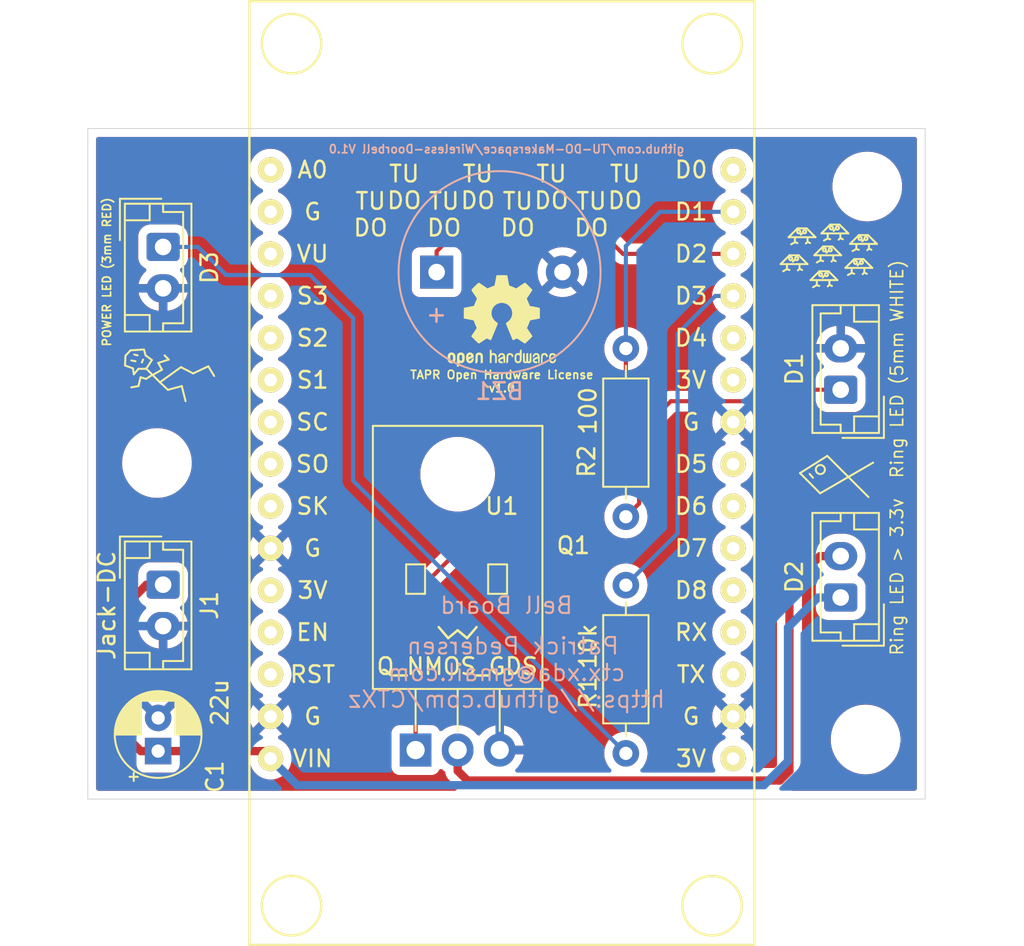
<source format=kicad_pcb>
(kicad_pcb (version 20211014) (generator pcbnew)
  (title_block (title "TUDO Wireless Doorbell / Bell PCB") (date "2022-01-04") (rev "V1.0") (company "TUDO Makerspace") (comment 1 "https://tapr.org/the-tapr-open-hardware-license/") (comment 2 "License: TAPR Open Hardware License v1.0") (comment 3 "ctx.xda@gmail.com") (comment 4 "Author: Patrick Pedersen"))
  (layers (0 "F.Cu" signal) (31 "B.Cu" signal) (34 "B.Paste" user) (35 "F.Paste" user) (36 "B.SilkS" user "B.Silkscreen") (37 "F.SilkS" user "F.Silkscreen") (38 "B.Mask" user) (39 "F.Mask" user) (44 "Edge.Cuts" user))
  (net 0 "")
  (net 1 "GND")
  (net 2 "RING_BUZZER")
  (net 3 "VCC")
  (net 4 "RING_LED")
  (net 5 "Net-(D2-Pad1)")
  (net 6 "Net-(D3-Pad2)")
  (net 7 "POWER_LED")
  (net 8 "Net-(U1-Pad30)")
  (net 9 "Net-(U1-Pad26)")
  (net 10 "Net-(U1-Pad23)")
  (net 11 "Net-(U1-Pad22)")
  (net 12 "Net-(U1-Pad21)")
  (net 13 "Net-(U1-Pad20)")
  (net 14 "Net-(U1-Pad19)")
  (net 15 "Net-(U1-Pad18)")
  (net 16 "Net-(U1-Pad13)")
  (net 17 "Net-(U1-Pad12)")
  (net 18 "Net-(U1-Pad9)")
  (net 19 "Net-(U1-Pad8)")
  (net 20 "Net-(U1-Pad7)")
  (net 21 "Net-(U1-Pad6)")
  (net 22 "Net-(U1-Pad5)")
  (net 23 "Net-(U1-Pad4)")
  (net 24 "Net-(U1-Pad3)")
  (net 25 "Net-(U1-Pad2)")
  (net 26 "Net-(U1-Pad1)")
  (net 27 "Net-(D1-Pad2)")
  (footprint "Connector_JST:JST_EH_B2B-EH-A_1x02_P2.50mm_Vertical" (layer "F.Cu") (at 106.66958 75.95 -90)
    (fp_text reference "D3" (at 1.25 -2.8 90) (layer "F.SilkS"))
    (fp_text value "POWER LED (3mm RED)" (at 1.513094 3.4 90) (layer "F.SilkS") (effects (font (size 0.5 0.5) (thickness 0.1))))
    (pad "1" thru_hole roundrect locked (at 0 0 270) (size 1.7 2) (drill 1) (layers *.Cu *.Mask) (roundrect_rratio 0.147) (net 6 "Net-(D3-Pad2)"))
    (pad "2" thru_hole oval locked (at 2.5 0 270) (size 1.7 2) (drill 1) (layers *.Cu *.Mask) (net 1 "GND"))
  )
  (footprint "Package_TO_SOT_THT:TO-220-3_Horizontal_TabDown" (layer "F.Cu") (at 121.92 106.336999)
    (fp_text reference "Q1" (at 9.525 -12.356999) (layer "F.SilkS"))
    (fp_text value "Q_NMOS_GDS" (at 2.5146 -5.054499) (layer "F.SilkS"))
    (pad "" np_thru_hole oval locked (at 2.54 -16.66) (size 3.5 3.5) (drill 3.5) (layers *.Cu *.Mask))
    (pad "1" thru_hole rect locked (at 0 0) (size 1.905 2) (drill 1.1) (layers *.Cu *.Mask) (net 4 "RING_LED"))
    (pad "2" thru_hole oval locked (at 2.54 0) (size 1.905 2) (drill 1.1) (layers *.Cu *.Mask) (net 5 "Net-(D2-Pad1)"))
    (pad "3" thru_hole oval locked (at 5.08 0) (size 1.905 2) (drill 1.1) (layers *.Cu *.Mask) (net 1 "GND"))
  )
  (footprint "ESP8266-Kicad:NodeMCU-LoLinV3" (layer "F.Cu") (at 127.13 91.61)
    (fp_text reference "U1" (at 0 0) (layer "F.SilkS"))
    (fp_text value "NodeMCUv3")
    (fp_text user "G" (at 11.43 -5.08) (layer "F.SilkS"))
    (fp_text user "SC" (at -11.43 -5.08) (layer "F.SilkS"))
    (fp_text user "3V" (at -11.43 5.08) (layer "F.SilkS"))
    (fp_text user "SK" (at -11.43 0) (layer "F.SilkS"))
    (fp_text user "S2" (at -11.43 -10.16) (layer "F.SilkS"))
    (fp_text user "A0" (at -11.43 -20.32) (layer "F.SilkS"))
    (fp_text user "D8" (at 11.43 5.08) (layer "F.SilkS"))
    (fp_text user "G" (at 11.43 12.7) (layer "F.SilkS"))
    (fp_text user "EN" (at -11.43 7.62) (layer "F.SilkS"))
    (fp_text user "G" (at -11.43 12.7) (layer "F.SilkS"))
    (fp_text user "D5" (at 11.43 -2.54) (layer "F.SilkS"))
    (fp_text user "VU" (at -11.43 -15.24) (layer "F.SilkS"))
    (fp_text user "D1" (at 11.43 -17.78) (layer "F.SilkS"))
    (fp_text user "3V" (at 11.43 -7.62) (layer "F.SilkS"))
    (fp_text user "D4" (at 11.43 -10.16) (layer "F.SilkS"))
    (fp_text user "S3" (at -11.43 -12.7) (layer "F.SilkS"))
    (fp_text user "RX" (at 11.43 7.62) (layer "F.SilkS"))
    (fp_text user "G" (at -11.43 2.54) (layer "F.SilkS"))
    (fp_text user "VIN" (at -11.43 15.24) (layer "F.SilkS"))
    (fp_text user "RST" (at -11.43 10.16) (layer "F.SilkS"))
    (fp_text user "D7" (at 11.43 2.54) (layer "F.SilkS"))
    (fp_text user "S1" (at -11.43 -7.62) (layer "F.SilkS"))
    (fp_text user "SO" (at -11.43 -2.54) (layer "F.SilkS"))
    (fp_text user "D3" (at 11.43 -12.7) (layer "F.SilkS"))
    (fp_text user "TX" (at 11.43 10.16) (layer "F.SilkS"))
    (fp_text user "D2" (at 11.43 -15.24) (layer "F.SilkS"))
    (fp_text user "G" (at -11.43 -17.78) (layer "F.SilkS"))
    (fp_text user "3V" (at 11.43 15.24) (layer "F.SilkS"))
    (fp_text user "D0" (at 11.43 -20.32) (layer "F.SilkS"))
    (fp_text user "D6" (at 11.43 0) (layer "F.SilkS"))
    (pad "1" thru_hole circle locked (at -13.97 -20.32) (size 1.524 1.524) (drill 0.762) (layers *.Cu *.Mask "F.SilkS") (net 26 "Net-(U1-Pad1)"))
    (pad "2" thru_hole circle locked (at -13.97 -17.78) (size 1.524 1.524) (drill 0.762) (layers *.Cu *.Mask "F.SilkS") (net 25 "Net-(U1-Pad2)"))
    (pad "3" thru_hole circle locked (at -13.97 -15.24) (size 1.524 1.524) (drill 0.762) (layers *.Cu *.Mask "F.SilkS") (net 24 "Net-(U1-Pad3)"))
    (pad "4" thru_hole circle locked (at -13.97 -12.7) (size 1.524 1.524) (drill 0.762) (layers *.Cu *.Mask "F.SilkS") (net 23 "Net-(U1-Pad4)"))
    (pad "5" thru_hole circle locked (at -13.97 -10.16) (size 1.524 1.524) (drill 0.762) (layers *.Cu *.Mask "F.SilkS") (net 22 "Net-(U1-Pad5)"))
    (pad "6" thru_hole circle locked (at -13.97 -7.62) (size 1.524 1.524) (drill 0.762) (layers *.Cu *.Mask "F.SilkS") (net 21 "Net-(U1-Pad6)"))
    (pad "7" thru_hole circle locked (at -13.97 -5.08) (size 1.524 1.524) (drill 0.762) (layers *.Cu *.Mask "F.SilkS") (net 20 "Net-(U1-Pad7)"))
    (pad "8" thru_hole circle locked (at -13.97 -2.54) (size 1.524 1.524) (drill 0.762) (layers *.Cu *.Mask "F.SilkS") (net 19 "Net-(U1-Pad8)"))
    (pad "9" thru_hole circle locked (at -13.97 0) (size 1.524 1.524) (drill 0.762) (layers *.Cu *.Mask "F.SilkS") (net 18 "Net-(U1-Pad9)"))
    (pad "10" thru_hole circle locked (at -13.97 2.54) (size 1.524 1.524) (drill 0.762) (layers *.Cu *.Mask "F.SilkS") (net 1 "GND"))
    (pad "11" thru_hole circle locked (at -13.97 5.08) (size 1.524 1.524) (drill 0.762) (layers *.Cu *.Mask "F.SilkS"))
    (pad "12" thru_hole circle locked (at -13.97 7.62) (size 1.524 1.524) (drill 0.762) (layers *.Cu *.Mask "F.SilkS") (net 17 "Net-(U1-Pad12)"))
    (pad "13" thru_hole circle locked (at -13.97 10.16) (size 1.524 1.524) (drill 0.762) (layers *.Cu *.Mask "F.SilkS") (net 16 "Net-(U1-Pad13)"))
    (pad "14" thru_hole circle locked (at -13.97 12.7) (size 1.524 1.524) (drill 0.762) (layers *.Cu *.Mask "F.SilkS") (net 1 "GND"))
    (pad "15" thru_hole circle locked (at -13.97 15.24) (size 1.524 1.524) (drill 0.762) (layers *.Cu *.Mask "F.SilkS") (net 3 "VCC"))
    (pad "16" thru_hole circle locked (at 13.97 15.24) (size 1.524 1.524) (drill 0.762) (layers *.Cu *.Mask "F.SilkS"))
    (pad "17" thru_hole circle locked (at 13.97 12.7) (size 1.524 1.524) (drill 0.762) (layers *.Cu *.Mask "F.SilkS") (net 1 "GND"))
    (pad "18" thru_hole circle locked (at 13.97 10.16) (size 1.524 1.524) (drill 0.762) (layers *.Cu *.Mask "F.SilkS") (net 15 "Net-(U1-Pad18)"))
    (pad "19" thru_hole circle locked (at 13.97 7.62) (size 1.524 1.524) (drill 0.762) (layers *.Cu *.Mask "F.SilkS") (net 14 "Net-(U1-Pad19)"))
    (pad "20" thru_hole circle locked (at 13.97 5.08) (size 1.524 1.524) (drill 0.762) (layers *.Cu *.Mask "F.SilkS") (net 13 "Net-(U1-Pad20)"))
    (pad "21" thru_hole circle locked (at 13.97 2.54) (size 1.524 1.524) (drill 0.762) (layers *.Cu *.Mask "F.SilkS") (net 12 "Net-(U1-Pad21)"))
    (pad "22" thru_hole circle locked (at 13.97 0) (size 1.524 1.524) (drill 0.762) (layers *.Cu *.Mask "F.SilkS") (net 11 "Net-(U1-Pad22)"))
    (pad "23" thru_hole circle locked (at 13.97 -2.54) (size 1.524 1.524) (drill 0.762) (layers *.Cu *.Mask "F.SilkS") (net 10 "Net-(U1-Pad23)"))
    (pad "24" thru_hole circle locked (at 13.97 -5.08) (size 1.524 1.524) (drill 0.762) (layers *.Cu *.Mask "F.SilkS") (net 1 "GND"))
    (pad "25" thru_hole circle locked (at 13.97 -7.62) (size 1.524 1.524) (drill 0.762) (layers *.Cu *.Mask "F.SilkS"))
    (pad "26" thru_hole circle locked (at 13.97 -10.16) (size 1.524 1.524) (drill 0.762) (layers *.Cu *.Mask "F.SilkS") (net 9 "Net-(U1-Pad26)"))
    (pad "27" thru_hole circle locked (at 13.97 -12.7) (size 1.524 1.524) (drill 0.762) (layers *.Cu *.Mask "F.SilkS") (net 7 "POWER_LED"))
    (pad "28" thru_hole circle locked (at 13.97 -15.24) (size 1.524 1.524) (drill 0.762) (layers *.Cu *.Mask "F.SilkS") (net 2 "RING_BUZZER"))
    (pad "29" thru_hole circle locked (at 13.97 -17.78) (size 1.524 1.524) (drill 0.762) (layers *.Cu *.Mask "F.SilkS") (net 4 "RING_LED"))
    (pad "30" thru_hole circle locked (at 13.97 -20.32) (size 1.524 1.524) (drill 0.762) (layers *.Cu *.Mask "F.SilkS") (net 8 "Net-(U1-Pad30)"))
  )
  (footprint "Connector_JST:JST_EH_B2B-EH-A_1x02_P2.50mm_Vertical" (layer "F.Cu") (at 147.59458 84.57484 90)
    (fp_text reference "D1" (at 1.25 -2.8 90) (layer "F.SilkS"))
    (fp_text value "Ring LED (5mm WHITE)" (at 1.25 3.4 90) (layer "F.SilkS") (effects (font (size 0.75 0.75) (thickness 0.1))))
    (pad "1" thru_hole roundrect locked (at 0 0 90) (size 1.7 2) (drill 1) (layers *.Cu *.Mask) (roundrect_rratio 0.147) (net 27 "Net-(D1-Pad2)"))
    (pad "2" thru_hole oval locked (at 2.5 0 90) (size 1.7 2) (drill 1) (layers *.Cu *.Mask) (net 1 "GND"))
  )
  (footprint "Connector_JST:JST_EH_B2B-EH-A_1x02_P2.50mm_Vertical" (layer "F.Cu") (at 147.59458 97.12484 90)
    (fp_text reference "D2" (at 1.25 -2.8 90) (layer "F.SilkS"))
    (fp_text value "Ring LED > 3.3v" (at 1.25 3.4 90) (layer "F.SilkS") (effects (font (size 0.75 0.75) (thickness 0.1))))
    (pad "1" thru_hole roundrect locked (at 0 0 90) (size 1.7 2) (drill 1) (layers *.Cu *.Mask) (roundrect_rratio 0.147) (net 3 "VCC"))
    (pad "2" thru_hole oval locked (at 2.5 0 90) (size 1.7 2) (drill 1) (layers *.Cu *.Mask) (net 5 "Net-(D2-Pad1)"))
  )
  (footprint "MountingHole:MountingHole_3.2mm_M3" (layer "F.Cu") (at 149.1 105.7)
    (fp_text reference "REF**" hide)
    (fp_text value "MountingHole_3.2mm_M3")
    (pad "" np_thru_hole circle locked (at 0 0) (size 3.2 3.2) (drill 3.2) (layers *.Cu *.Mask))
  )
  (footprint "MountingHole:MountingHole_3.2mm_M3" (layer "F.Cu") (at 106.3 89)
    (fp_text reference "REF**" hide)
    (fp_text value "MountingHole_3.2mm_M3")
    (pad "" np_thru_hole circle locked (at 0 0) (size 3.2 3.2) (drill 3.2) (layers *.Cu *.Mask))
  )
  (footprint "MountingHole:MountingHole_3.2mm_M3" (layer "F.Cu") (at 149.2 72.3)
    (fp_text reference "REF**" hide)
    (fp_text value "MountingHole_3.2mm_M3")
    (pad "" np_thru_hole circle locked (at 0 0) (size 3.2 3.2) (drill 3.2) (layers *.Cu *.Mask))
  )
  (footprint "Capacitor_THT:CP_Radial_D5.0mm_P2.00mm" (layer "F.Cu") (at 106.36958 106.4 90)
    (fp_text reference "C1" (at -1.552776 3.43042 90) (layer "F.SilkS"))
    (fp_text value "22u" (at 2.9331 3.72672 90) (layer "F.SilkS"))
    (pad "1" thru_hole rect locked (at 0 0 90) (size 1.6 1.6) (drill 0.8) (layers *.Cu *.Mask) (net 3 "VCC"))
    (pad "2" thru_hole circle locked (at 2 0 90) (size 1.6 1.6) (drill 0.8) (layers *.Cu *.Mask) (net 1 "GND"))
  )
  (footprint "Connector_JST:JST_EH_B2B-EH-A_1x02_P2.50mm_Vertical" (layer "F.Cu") (at 106.66958 96.35 -90)
    (fp_text reference "J1" (at 1.25 -2.8 90) (layer "F.SilkS"))
    (fp_text value "Jack-DC" (at 1.25 3.4 90) (layer "F.SilkS"))
    (pad "1" thru_hole roundrect locked (at 0 0 270) (size 1.7 2) (drill 1) (layers *.Cu *.Mask) (roundrect_rratio 0.147059) (net 3 "VCC"))
    (pad "2" thru_hole oval locked (at 2.5 0 270) (size 1.7 2) (drill 1) (layers *.Cu *.Mask) (net 1 "GND"))
  )
  (footprint "Symbol:OSHW-Logo2_7.3x6mm_SilkScreen" (layer "F.Cu") (at 127.13 80.4164)
    (fp_text reference "REF**" hide)
    (fp_text value "OSHW-Logo2_7.3x6mm_SilkScreen" hide)
  )
  (footprint "Resistor_THT:R_Axial_DIN0207_L6.3mm_D2.5mm_P10.16mm_Horizontal" (layer "F.Cu") (at 134.62 92.2467 90)
    (fp_text reference "R2" (at 3.3467 -2.37 90) (layer "F.SilkS"))
    (fp_text value "100" (at 6.3947 -2.286 90) (layer "F.SilkS"))
    (pad "1" thru_hole circle locked (at 0 0 90) (size 1.6 1.6) (drill 0.8) (layers *.Cu *.Mask) (net 27 "Net-(D1-Pad2)"))
    (pad "2" thru_hole oval locked (at 10.16 0 90) (size 1.6 1.6) (drill 0.8) (layers *.Cu *.Mask) (net 4 "RING_LED"))
  )
  (footprint "Resistor_THT:R_Axial_DIN0207_L6.3mm_D2.5mm_P10.16mm_Horizontal" (layer "F.Cu") (at 134.62 106.536999 90)
    (fp_text reference "R1" (at 3.666999 -2.286 90) (layer "F.SilkS"))
    (fp_text value "10k" (at 6.460999 -2.286 90) (layer "F.SilkS"))
    (pad "1" thru_hole circle locked (at 0 0 90) (size 1.6 1.6) (drill 0.8) (layers *.Cu *.Mask) (net 6 "Net-(D3-Pad2)"))
    (pad "2" thru_hole oval locked (at 10.16 0 90) (size 1.6 1.6) (drill 0.8) (layers *.Cu *.Mask) (net 7 "POWER_LED"))
  )
  (footprint "Buzzer_Beeper:Buzzer_12x9.5RM7.6" (layer "B.Cu") (at 123.19 77.47)
    (fp_text reference "BZ1" (at 3.8 7.2) (layer "B.SilkS") (effects (justify mirror)))
    (fp_text value "Buzzer")
    (fp_text user "+" (at -0.01 2.54) (layer "B.SilkS") (effects (justify mirror)))
    (pad "1" thru_hole rect locked (at 0 0) (size 2 2) (drill 1) (layers *.Cu *.Mask) (net 2 "RING_BUZZER"))
    (pad "2" thru_hole circle locked (at 7.6 0) (size 2 2) (drill 1) (layers *.Cu *.Mask) (net 1 "GND"))
  )
  (gr_line (start 122.4915 96.901) (end 122.3645 96.901) (layer "F.SilkS") (width 0.12))
  (gr_line (start 126.3015 95.123) (end 126.3015 96.901) (layer "F.SilkS") (width 0.12))
  (gr_line (start 127.4445 96.901) (end 127.3175 96.901) (layer "F.SilkS") (width 0.12))
  (gr_line (start 127.4445 95.123) (end 127.4445 96.901) (layer "F.SilkS") (width 0.12))
  (gr_line (start 126.3015 96.901) (end 127.3175 96.901) (layer "F.SilkS") (width 0.12))
  (gr_line (start 126.3015 95.123) (end 127.4445 95.123) (layer "F.SilkS") (width 0.12))
  (gr_line (start 104.394 82.5246) (end 104.6988 82.1944) (layer "F.SilkS") (width 0.12))
  (gr_circle (center 147.3962 74.803) (end 147.4216 74.8284) (layer "F.SilkS") (width 0.12) (fill none))
  (gr_circle (center 149.1234 75.438) (end 149.1488 75.4634) (layer "F.SilkS") (width 0.12) (fill none))
  (gr_line (start 148.6916 75.2348) (end 148.1582 75.7682) (layer "F.SilkS") (width 0.12))
  (gr_line (start 148.6916 75.2348) (end 149.2504 75.2348) (layer "F.SilkS") (width 0.12))
  (gr_line (start 148.971 75.5396) (end 148.8948 75.6158) (layer "F.SilkS") (width 0.12))
  (gr_line (start 148.5392 76.073) (end 148.6916 76.1238) (layer "F.SilkS") (width 0.12))
  (gr_line (start 149.3012 75.7936) (end 149.3012 76.0476) (layer "F.SilkS") (width 0.12))
  (gr_line (start 148.5392 76.073) (end 148.3106 76.2) (layer "F.SilkS") (width 0.12))
  (gr_circle (center 148.7678 75.438) (end 148.7932 75.4634) (layer "F.SilkS") (width 0.12) (fill none))
  (gr_line (start 149.3012 76.0476) (end 149.4536 76.1238) (layer "F.SilkS") (width 0.12))
  (gr_line (start 148.5392 75.819) (end 148.5392 76.0476) (layer "F.SilkS") (width 0.12))
  (gr_line (start 149.2504 75.2348) (end 149.7838 75.7682) (layer "F.SilkS") (width 0.12))
  (gr_line (start 148.1582 75.7682) (end 149.7838 75.7682) (layer "F.SilkS") (width 0.12))
  (gr_line (start 149.3012 76.0476) (end 149.1996 76.1492) (layer "F.SilkS") (width 0.12))
  (gr_circle (center 146.6088 76.1238) (end 146.6342 76.1492) (layer "F.SilkS") (width 0.12) (fill none))
  (gr_line (start 145.9992 76.454) (end 147.6248 76.454) (layer "F.SilkS") (width 0.12))
  (gr_line (start 147.1422 76.4794) (end 147.1422 76.7334) (layer "F.SilkS") (width 0.12))
  (gr_line (start 147.0914 75.9206) (end 147.6248 76.454) (layer "F.SilkS") (width 0.12))
  (gr_line (start 146.812 76.2254) (end 146.7358 76.3016) (layer "F.SilkS") (width 0.12))
  (gr_line (start 147.1422 76.7334) (end 147.2946 76.8096) (layer "F.SilkS") (width 0.12))
  (gr_line (start 146.3802 76.7588) (end 146.1516 76.8858) (layer "F.SilkS") (width 0.12))
  (gr_line (start 146.3802 76.7588) (end 146.5326 76.8096) (layer "F.SilkS") (width 0.12))
  (gr_line (start 146.5326 75.9206) (end 147.0914 75.9206) (layer "F.SilkS") (width 0.12))
  (gr_circle (center 146.9644 76.1238) (end 146.9898 76.1492) (layer "F.SilkS") (width 0.12) (fill none))
  (gr_line (start 146.3802 76.5048) (end 146.3802 76.7334) (layer "F.SilkS") (width 0.12))
  (gr_line (start 147.1422 76.7334) (end 147.0406 76.835) (layer "F.SilkS") (width 0.12))
  (gr_line (start 146.5326 75.9206) (end 145.9992 76.454) (layer "F.SilkS") (width 0.12))
  (gr_line (start 144.8308 75.4126) (end 144.8308 75.6412) (layer "F.SilkS") (width 0.12))
  (gr_line (start 145.5928 75.3872) (end 145.5928 75.6412) (layer "F.SilkS") (width 0.12))
  (gr_line (start 145.5928 75.6412) (end 145.7452 75.7174) (layer "F.SilkS") (width 0.12))
  (gr_line (start 145.542 74.8284) (end 146.0754 75.3618) (layer "F.SilkS") (width 0.12))
  (gr_line (start 144.8308 75.6666) (end 144.9832 75.7174) (layer "F.SilkS") (width 0.12))
  (gr_line (start 144.8308 75.6666) (end 144.6022 75.7936) (layer "F.SilkS") (width 0.12))
  (gr_line (start 145.5928 75.6412) (end 145.4912 75.7428) (layer "F.SilkS") (width 0.12))
  (gr_line (start 144.9832 74.8284) (end 145.542 74.8284) (layer "F.SilkS") (width 0.12))
  (gr_line (start 145.2626 75.1332) (end 145.1864 75.2094) (layer "F.SilkS") (width 0.12))
  (gr_circle (center 145.0594 75.0316) (end 145.0848 75.057) (layer "F.SilkS") (width 0.12) (fill none))
  (gr_circle (center 145.415 75.0316) (end 145.4404 75.057) (layer "F.SilkS") (width 0.12) (fill none))
  (gr_line (start 144.4498 75.3618) (end 146.0754 75.3618) (layer "F.SilkS") (width 0.12))
  (gr_line (start 144.9832 74.8284) (end 144.4498 75.3618) (layer "F.SilkS") (width 0.12))
  (gr_line (start 144.5006 76.454) (end 145.0594 76.454) (layer "F.SilkS") (width 0.12))
  (gr_line (start 144.3482 77.2922) (end 144.5006 77.343) (layer "F.SilkS") (width 0.12))
  (gr_circle (center 144.9324 76.6572) (end 144.9578 76.6826) (layer "F.SilkS") (width 0.12) (fill none))
  (gr_line (start 144.78 76.7588) (end 144.7038 76.835) (layer "F.SilkS") (width 0.12))
  (gr_line (start 144.3482 77.2922) (end 144.1196 77.4192) (layer "F.SilkS") (width 0.12))
  (gr_line (start 144.3482 77.0382) (end 144.3482 77.2668) (layer "F.SilkS") (width 0.12))
  (gr_circle (center 144.5768 76.6572) (end 144.6022 76.6826) (layer "F.SilkS") (width 0.12) (fill none))
  (gr_line (start 145.1102 77.2668) (end 145.0086 77.3684) (layer "F.SilkS") (width 0.12))
  (gr_line (start 145.1102 77.0128) (end 145.1102 77.2668) (layer "F.SilkS") (width 0.12))
  (gr_line (start 143.9672 76.9874) (end 145.5928 76.9874) (layer "F.SilkS") (width 0.12))
  (gr_line (start 145.1102 77.2668) (end 145.2626 77.343) (layer "F.SilkS") (width 0.12))
  (gr_line (start 144.5006 76.454) (end 143.9672 76.9874) (layer "F.SilkS") (width 0.12))
  (gr_line (start 145.0594 76.454) (end 145.5928 76.9874) (layer "F.SilkS") (width 0.12))
  (gr_line (start 148.971 76.6826) (end 149.5044 77.216) (layer "F.SilkS") (width 0.12))
  (gr_line (start 148.6916 76.9874) (end 148.6154 77.0636) (layer "F.SilkS") (width 0.12))
  (gr_line (start 148.4122 76.6826) (end 148.971 76.6826) (layer "F.SilkS") (width 0.12))
  (gr_circle (center 148.844 76.8858) (end 148.8694 76.9112) (layer "F.SilkS") (width 0.12) (fill none))
  (gr_line (start 149.0218 77.2414) (end 149.0218 77.4954) (layer "F.SilkS") (width 0.12))
  (gr_line (start 148.2598 77.5208) (end 148.4122 77.5716) (layer "F.SilkS") (width 0.12))
  (gr_circle (center 148.4884 76.8858) (end 148.5138 76.9112) (layer "F.SilkS") (width 0.12) (fill none))
  (gr_line (start 148.4122 76.6826) (end 147.8788 77.216) (layer "F.SilkS") (width 0.12))
  (gr_line (start 147.8788 77.216) (end 149.5044 77.216) (layer "F.SilkS") (width 0.12))
  (gr_line (start 149.0218 77.4954) (end 149.1742 77.5716) (layer "F.SilkS") (width 0.12))
  (gr_line (start 148.2598 77.2668) (end 148.2598 77.4954) (layer "F.SilkS") (width 0.12))
  (gr_line (start 149.0218 77.4954) (end 148.9202 77.597) (layer "F.SilkS") (width 0.12))
  (gr_line (start 148.2598 77.5208) (end 148.0312 77.6478) (layer "F.SilkS") (width 0.12))
  (gr_line (start 146.1516 78.0034) (end 146.1516 78.232) (layer "F.SilkS") (width 0.12))
  (gr_line (start 146.1516 78.2574) (end 145.923 78.3844) (layer "F.SilkS") (width 0.12))
  (gr_line (start 146.9136 78.232) (end 147.066 78.3082) (layer "F.SilkS") (width 0.12))
  (gr_line (start 146.304 77.4192) (end 146.8628 77.4192) (layer "F.SilkS") (width 0.12))
  (gr_line (start 146.1516 78.2574) (end 146.304 78.3082) (layer "F.SilkS") (width 0.12))
  (gr_circle (center 146.3802 77.6224) (end 146.4056 77.6478) (layer "F.SilkS") (width 0.12) (fill none))
  (gr_line (start 146.5834 77.724) (end 146.5072 77.8002) (layer "F.SilkS") (width 0.12))
  (gr_line (start 146.304 77.4192) (end 145.7706 77.9526) (layer "F.SilkS") (width 0.12))
  (gr_line (start 146.8628 77.4192) (end 147.3962 77.9526) (layer "F.SilkS") (width 0.12))
  (gr_line (start 146.9136 78.232) (end 146.812 78.3336) (layer "F.SilkS") (width 0.12))
  (gr_line (start 145.7706 77.9526) (end 147.3962 77.9526) (layer "F.SilkS") (width 0.12))
  (gr_line (start 146.9136 77.978) (end 146.9136 78.232) (layer "F.SilkS") (width 0.12))
  (gr_circle (center 146.7358 77.6224) (end 146.7612 77.6478) (layer "F.SilkS") (width 0.12) (fill none))
  (gr_line (start 106.9594 84.582) (end 107.7976 84.3534) (layer "F.SilkS") (width 0.12))
  (gr_line (start 146.812 75.438) (end 146.9644 75.4888) (layer "F.SilkS") (width 0.12))
  (gr_line (start 104.3686 83.1088) (end 104.8512 83.2866) (layer "F.SilkS") (width 0.12))
  (gr_line (start 106.4768 84.1248) (end 107.7468 83.2104) (layer "F.SilkS") (width 0.12))
  (gr_line (start 146.9644 74.5998) (end 146.431 75.1332) (layer "F.SilkS") (width 0.12))
  (gr_line (start 104.394 82.5246) (end 104.3686 83.1088) (layer "F.SilkS") (width 0.12))
  (gr_line (start 105.1814 84.3534) (end 104.7496 84.4296) (layer "F.SilkS") (width 0.12))
  (gr_line (start 146.3548 90.8304) (end 145.1356 89.6112) (layer "F.SilkS") (width 0.12))
  (gr_line (start 107.7468 83.2104) (end 108.4834 83.5914) (layer "F.SilkS") (width 0.12))
  (gr_line (start 104.902 83.6422) (end 105.1814 83.312) (layer "F.SilkS") (width 0.12))
  (gr_line (start 104.7496 82.804) (end 105.0036 82.8548) (layer "F.SilkS") (width 0.12))
  (gr_circle (center 146.3675 89.3953) (end 146.5199 89.6239) (layer "F.SilkS") (width 0.12) (fill none))
  (gr_line (start 106.0196 83.693) (end 106.6038 83.3628) (layer "F.SilkS") (width 0.12))
  (gr_line (start 105.1814 83.312) (end 105.5624 83.312) (layer "F.SilkS") (width 0.12))
  (gr_line (start 146.431 75.1332) (end 148.0566 75.1332) (layer "F.SilkS") (width 0.12))
  (gr_line (start 105.6132 82.4992) (end 105.5116 82.1436) (layer "F.SilkS") (width 0.12))
  (gr_line (start 106.4768 84.1248) (end 106.9594 84.582) (layer "F.SilkS") (width 0.12))
  (gr_circle (center 147.0406 74.803) (end 147.066 74.8284) (layer "F.SilkS") (width 0.12) (fill none))
  (gr_line (start 121.3485 95.123) (end 122.4915 95.123) (layer "F.SilkS") (width 0.12))
  (gr_line (start 105.9942 82.7786) (end 105.6132 82.4992) (layer "F.SilkS") (width 0.12))
  (gr_line (start 105.664 83.312) (end 106.4768 84.1248) (layer "F.SilkS") (width 0.12))
  (gr_line (start 146.812 75.438) (end 146.5834 75.565) (layer "F.SilkS") (width 0.12))
  (gr_line (start 109.3978 83.1596) (end 109.7534 83.7438) (layer "F.SilkS") (width 0.12))
  (gr_line (start 105.3084 83.82) (end 105.1814 84.3534) (layer "F.SilkS") (width 0.12))
  (gr_line (start 147.2438 74.9046) (end 147.1676 74.9808) (layer "F.SilkS") (width 0.12))
  (gr_line (start 147.574 75.1586) (end 147.574 75.4126) (layer "F.SilkS") (width 0.12))
  (gr_line (start 105.4608 82.7532) (end 105.3846 82.931) (layer "F.SilkS") (width 0.12))
  (gr_line (start 147.574 75.4126) (end 147.4724 75.5142) (layer "F.SilkS") (width 0.12))
  (gr_line (start 108.4834 83.5914) (end 109.3978 83.1596) (layer "F.SilkS") (width 0.12))
  (gr_line (start 146.9644 74.5998) (end 147.5232 74.5998) (layer "F.SilkS") (width 0.12))
  (gr_line (start 104.8512 83.2866) (end 104.902 83.6422) (layer "F.SilkS") (width 0.12))
  (gr_line (start 105.9942 83.693) (end 105.6386 83.9216) (layer "F.SilkS") (width 0.12))
  (gr_line (start 105.5116 82.1436) (end 104.6988 82.1944) (layer "F.SilkS") (width 0.12))
  (gr_line (start 145.1356 89.6112) (end 146.7866 88.5698) (layer "F.SilkS") (width 0.12))
  (gr_line (start 105.6386 83.9216) (end 105.3084 83.82) (layer "F.SilkS") (width 0.12))
  (gr_line (start 107.7976 84.3534) (end 108.0262 85.2678) (layer "F.SilkS") (width 0.12))
  (gr_line (start 107.0102 82.7532) (end 106.7562 82.4992) (layer "F.SilkS") (width 0.12))
  (gr_line (start 121.3485 95.123) (end 121.3485 96.901) (layer "F.SilkS") (width 0.12))
  (gr_line (start 121.3485 96.901) (end 122.3645 96.901) (layer "F.SilkS") (width 0.12))
  (gr_line (start 104.9274 82.4484) (end 105.1306 82.4992) (layer "F.SilkS") (width 0.12))
  (gr_line (start 147.5232 74.5998) (end 148.0566 75.1332) (layer "F.SilkS") (width 0.12))
  (gr_line (start 105.664 83.2866) (end 105.9942 82.7786) (layer "F.SilkS") (width 0.12))
  (gr_line (start 145.7198 89.662) (end 145.923 89.8906) (layer "F.SilkS") (width 0.12))
  (gr_line (start 146.7866 88.5698) (end 149.2758 91.059) (layer "F.SilkS") (width 0.12))
  (gr_line (start 122.4915 95.123) (end 122.4915 96.901) (layer "F.SilkS") (width 0.12))
  (gr_line (start 106.6038 83.3628) (end 106.3752 82.9564) (layer "F.SilkS") (width 0.12))
  (gr_line (start 106.3752 82.9564) (end 107.0102 82.7532) (layer "F.SilkS") (width 0.12))
  (gr_line (start 105.5624 83.312) (end 105.664 83.2866) (layer "F.SilkS") (width 0.12))
  (gr_line (start 147.574 75.4126) (end 147.7264 75.4888) (layer "F.SilkS") (width 0.12))
  (gr_line (start 146.812 75.184) (end 146.812 75.4126) (layer "F.SilkS") (width 0.12))
  (gr_line (start 149.5552 88.9762) (end 146.3548 90.8304) (layer "F.SilkS") (width 0.12))
  (gr_line (start 152.7 68.8) (end 102.12 68.8) (layer "Edge.Cuts") (width 0.05))
  (gr_line (start 152.7 109.3) (end 102.12 109.3) (layer "Edge.Cuts") (width 0.05))
  (gr_line (start 102.12 109.3) (end 102.12 68.8) (layer "Edge.Cuts") (width 0.05))
  (gr_line (start 152.7 68.8) (end 152.7 109.3) (layer "Edge.Cuts") (width 0.05))
  (gr_text "Patrick Pedersen \nctx.xda@gmail.com\nhttps://github.com/CTXz" (at 127.41 101.6635) (layer "B.SilkS") (effects (font (size 1 1) (thickness 0.125)) (justify mirror)))
  (gr_text "github.com/TU-DO-Makerspace/Wireless-Doorbell V1.0" (at 127.41 70.0405) (layer "B.SilkS") (effects (font (size 0.5 0.5) (thickness 0.1)) (justify mirror)))
  (gr_text "Bell Board" (at 127.41 97.5995) (layer "B.SilkS") (effects (font (size 1 1) (thickness 0.125)) (justify mirror)))
  (gr_text "TU\nDO" (at 119.2022 73.9902) (layer "F.SilkS") (effects (font (size 1 1))))
  (gr_text "TU\nDO" (at 123.6472 73.9902) (layer "F.SilkS") (effects (font (size 1 1))))
  (gr_text "TU\nDO" (at 125.6792 72.3392) (layer "F.SilkS") (effects (font (size 1 1))))
  (gr_text "TU\nDO" (at 128.0922 73.9902) (layer "F.SilkS") (effects (font (size 1 1))))
  (gr_text "TU\nDO" (at 130.1242 72.3392) (layer "F.SilkS") (effects (font (size 1 1))))
  (gr_text "TU\nDO" (at 134.5692 72.3392) (layer "F.SilkS") (effects (font (size 1 1))))
  (gr_text "TU\nDO" (at 132.5372 73.9902) (layer "F.SilkS") (effects (font (size 1 1))))
  (gr_text "TU\nDO" (at 121.2342 72.3392) (layer "F.SilkS") (effects (font (size 1 1))))
  (gr_text "TAPR Open Hardware License\nv1.0" (at 127.13 84.074) (layer "F.SilkS") (effects (font (size 0.5 0.5) (thickness 0.1))))
  (gr_text "w" (at 124.46 99.1235) (layer "F.SilkS") (effects (font (size 1 3))))
  (segment (start 141.1 76.37) (end 134.44456 76.37) (width 0.25) (layer "F.Cu") (net 2))
  (segment (start 134.44456 76.37) (end 133.13156 75.057) (width 0.25) (layer "F.Cu") (net 2))
  (segment (start 133.13156 75.057) (end 124.353 75.057) (width 0.25) (layer "F.Cu") (net 2))
  (segment (start 124.353 75.057) (end 123.19 76.22) (width 0.25) (layer "F.Cu") (net 2))
  (segment (start 123.19 76.22) (end 123.19 77.47) (width 0.25) (layer "F.Cu") (net 2))
  (segment (start 104.2 97.81958) (end 104.2 105.28042) (width 0.5) (layer "F.Cu") (net 3))
  (segment (start 106.36958 106.4) (end 112.71 106.4) (width 0.5) (layer "F.Cu") (net 3))
  (segment (start 104.2 105.28042) (end 105.31958 106.4) (width 0.5) (layer "F.Cu") (net 3))
  (segment (start 112.71 106.4) (end 113.16 106.85) (width 0.5) (layer "F.Cu") (net 3))
  (segment (start 105.31958 106.4) (end 106.36958 106.4) (width 0.5) (layer "F.Cu") (net 3))
  (segment (start 106.66958 96.35) (end 105.66958 96.35) (width 0.5) (layer "F.Cu") (net 3))
  (segment (start 105.66958 96.35) (end 104.2 97.81958) (width 0.5) (layer "F.Cu") (net 3))
  (segment (start 146.21986 97.12484) (end 147.59458 97.12484) (width 0.5) (layer "B.Cu") (net 3))
  (segment (start 142.9639 108.458) (end 144.4117 107.0102) (width 0.5) (layer "B.Cu") (net 3))
  (segment (start 113.16 106.85) (end 114.768 108.458) (width 0.5) (layer "B.Cu") (net 3))
  (segment (start 144.4117 98.933) (end 146.21986 97.12484) (width 0.5) (layer "B.Cu") (net 3))
  (segment (start 114.768 108.458) (end 142.9639 108.458) (width 0.5) (layer "B.Cu") (net 3))
  (segment (start 144.4117 107.0102) (end 144.4117 98.933) (width 0.5) (layer "B.Cu") (net 3))
  (segment (start 134.62 84.1629) (end 121.92 96.8629) (width 0.25) (layer "F.Cu") (net 4))
  (segment (start 134.62 82.0867) (end 134.62 84.1629) (width 0.25) (layer "F.Cu") (net 4))
  (segment (start 121.92 96.8629) (end 121.92 106.336999) (width 0.25) (layer "F.Cu") (net 4))
  (segment (start 136.6852 73.83) (end 134.62 75.8952) (width 0.25) (layer "B.Cu") (net 4))
  (segment (start 134.62 75.8952) (end 134.62 82.0867) (width 0.25) (layer "B.Cu") (net 4))
  (segment (start 141.1 73.83) (end 136.6852 73.83) (width 0.25) (layer "B.Cu") (net 4))
  (segment (start 124.46 107.586999) (end 124.46 106.336999) (width 0.5) (layer "F.Cu") (net 5))
  (segment (start 144.5 107.5) (end 144.5 107.595) (width 0.5) (layer "F.Cu") (net 5))
  (segment (start 125.051601 108.1786) (end 124.46 107.586999) (width 0.5) (layer "F.Cu") (net 5))
  (segment (start 144.5 96.46942) (end 146.34458 94.62484) (width 0.5) (layer "F.Cu") (net 5))
  (segment (start 144.5 99.21942) (end 144.5 107.5) (width 0.5) (layer "F.Cu") (net 5))
  (segment (start 144.5 99.21942) (end 144.5 96.46942) (width 0.5) (layer "F.Cu") (net 5))
  (segment (start 144.5 107.595) (end 143.9164 108.1786) (width 0.5) (layer "F.Cu") (net 5))
  (segment (start 143.9164 108.1786) (end 125.051601 108.1786) (width 0.5) (layer "F.Cu") (net 5))
  (segment (start 146.34458 94.62484) (end 147.59458 94.62484) (width 0.5) (layer "F.Cu") (net 5))
  (segment (start 115.5446 77.6478) (end 110.4773 77.6478) (width 0.25) (layer "B.Cu") (net 6))
  (segment (start 118.1481 90.065099) (end 118.1481 80.2513) (width 0.25) (layer "B.Cu") (net 6))
  (segment (start 118.1481 80.2513) (end 115.5446 77.6478) (width 0.25) (layer "B.Cu") (net 6))
  (segment (start 108.7795 75.95) (end 106.66958 75.95) (width 0.25) (layer "B.Cu") (net 6))
  (segment (start 134.62 106.536999) (end 118.1481 90.065099) (width 0.25) (layer "B.Cu") (net 6))
  (segment (start 110.4773 77.6478) (end 108.7795 75.95) (width 0.25) (layer "B.Cu") (net 6))
  (segment (start 137.7442 81.18817) (end 137.7442 93.252799) (width 0.25) (layer "B.Cu") (net 7))
  (segment (start 137.7442 93.252799) (end 134.62 96.376999) (width 0.25) (layer "B.Cu") (net 7))
  (segment (start 140.02237 78.91) (end 137.7442 81.18817) (width 0.25) (layer "B.Cu") (net 7))
  (segment (start 141.1 78.91) (end 140.02237 78.91) (width 0.25) (layer "B.Cu") (net 7))
  (segment (start 137.3378 85.2678) (end 135.419999 87.185601) (width 0.25) (layer "F.Cu") (net 27))
  (segment (start 142.4051 85.2678) (end 137.3378 85.2678) (width 0.25) (layer "F.Cu") (net 27))
  (segment (start 134.62 92.2467) (end 135.419999 91.446701) (width 0.25) (layer "F.Cu") (net 27))
  (segment (start 147.59458 84.57484) (end 143.09806 84.57484) (width 0.25) (layer "F.Cu") (net 27))
  (segment (start 135.419999 91.446701) (end 135.419999 87.185601) (width 0.25) (layer "F.Cu") (net 27))
  (segment (start 143.09806 84.57484) (end 142.4051 85.2678) (width 0.25) (layer "F.Cu") (net 27))
  (zone (net 1) (net_name "GND") (layers F&B.Cu) (connect_pads (clearance 0.508)) (min_thickness 0.254) (fill yes (thermal_gap 0.508) (thermal_bridge_width 0.508))
    (polygon (pts (xy 154.94 114.3) (xy 99.06 114.3) (xy 99.06 66.04) (xy 154.94 66.04)))
  )
  (zone (net 1) (net_name "GND") (layer "F.Cu") (connect_pads (clearance 0.508)) (min_thickness 0.254) (fill yes (thermal_gap 0.508) (thermal_bridge_width 0.508))
    (polygon (pts (xy 153.67 111.76) (xy 100.33 111.76) (xy 100.33 67.31) (xy 153.67 67.31)))
  )
)
</source>
